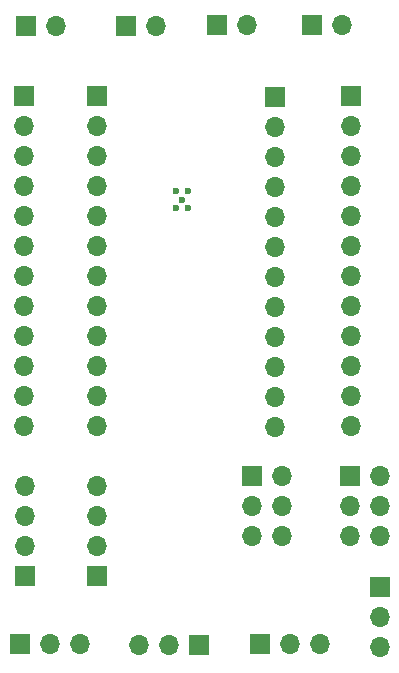
<source format=gbr>
%TF.GenerationSoftware,KiCad,Pcbnew,7.0.9-7.0.9~ubuntu22.04.1*%
%TF.CreationDate,2023-12-29T16:16:38+05:30*%
%TF.ProjectId,ulpLoRa_charge controller HAT,756c704c-6f52-4615-9f63-686172676520,rev?*%
%TF.SameCoordinates,Original*%
%TF.FileFunction,Soldermask,Bot*%
%TF.FilePolarity,Negative*%
%FSLAX46Y46*%
G04 Gerber Fmt 4.6, Leading zero omitted, Abs format (unit mm)*
G04 Created by KiCad (PCBNEW 7.0.9-7.0.9~ubuntu22.04.1) date 2023-12-29 16:16:38*
%MOMM*%
%LPD*%
G01*
G04 APERTURE LIST*
%ADD10R,1.700000X1.700000*%
%ADD11O,1.700000X1.700000*%
%ADD12C,0.600000*%
G04 APERTURE END LIST*
D10*
%TO.C,J5*%
X147270534Y-114009339D03*
D11*
X144730534Y-114009339D03*
X142190534Y-114009339D03*
%TD*%
D10*
%TO.C,CON1*%
X151762929Y-99671787D03*
D11*
X154302929Y-99671787D03*
X151762929Y-102211787D03*
X154302929Y-102211787D03*
X151762929Y-104751787D03*
X154302929Y-104751787D03*
%TD*%
D10*
%TO.C,J6*%
X132530232Y-108123377D03*
D11*
X132530232Y-105583377D03*
X132530232Y-103043377D03*
X132530232Y-100503377D03*
%TD*%
D10*
%TO.C,CON2*%
X160011064Y-99679755D03*
D11*
X162551064Y-99679755D03*
X160011064Y-102219755D03*
X162551064Y-102219755D03*
X160011064Y-104759755D03*
X162551064Y-104759755D03*
%TD*%
D10*
%TO.C,J15*%
X152400000Y-113898000D03*
D11*
X154940000Y-113898000D03*
X157480000Y-113898000D03*
%TD*%
D10*
%TO.C,J3*%
X132583000Y-61574000D03*
D11*
X135123000Y-61574000D03*
%TD*%
D10*
%TO.C,J2*%
X153667297Y-67605788D03*
D11*
X153667297Y-70145788D03*
X153667297Y-72685788D03*
X153667297Y-75225788D03*
X153667297Y-77765788D03*
X153667297Y-80305788D03*
X153667297Y-82845788D03*
X153667297Y-85385788D03*
X153667297Y-87925788D03*
X153667297Y-90465788D03*
X153667297Y-93005788D03*
X153667297Y-95545788D03*
%TD*%
D10*
%TO.C,J11*%
X148797981Y-61533420D03*
D11*
X151337981Y-61533420D03*
%TD*%
D10*
%TO.C,J8*%
X132450904Y-67546774D03*
D11*
X132450904Y-70086774D03*
X132450904Y-72626774D03*
X132450904Y-75166774D03*
X132450904Y-77706774D03*
X132450904Y-80246774D03*
X132450904Y-82786774D03*
X132450904Y-85326774D03*
X132450904Y-87866774D03*
X132450904Y-90406774D03*
X132450904Y-92946774D03*
X132450904Y-95486774D03*
%TD*%
D10*
%TO.C,J7*%
X160131044Y-67529767D03*
D11*
X160131044Y-70069767D03*
X160131044Y-72609767D03*
X160131044Y-75149767D03*
X160131044Y-77689767D03*
X160131044Y-80229767D03*
X160131044Y-82769767D03*
X160131044Y-85309767D03*
X160131044Y-87849767D03*
X160131044Y-90389767D03*
X160131044Y-92929767D03*
X160131044Y-95469767D03*
%TD*%
D10*
%TO.C,J4*%
X138666745Y-108130844D03*
D11*
X138666745Y-105590844D03*
X138666745Y-103050844D03*
X138666745Y-100510844D03*
%TD*%
D10*
%TO.C,J9*%
X156869645Y-61533479D03*
D11*
X159409645Y-61533479D03*
%TD*%
D10*
%TO.C,J14*%
X132072747Y-113936329D03*
D11*
X134612747Y-113936329D03*
X137152747Y-113936329D03*
%TD*%
D10*
%TO.C,J12*%
X141056507Y-61553739D03*
D11*
X143596507Y-61553739D03*
%TD*%
D10*
%TO.C,J1*%
X138598418Y-67545362D03*
D11*
X138598418Y-70085362D03*
X138598418Y-72625362D03*
X138598418Y-75165362D03*
X138598418Y-77705362D03*
X138598418Y-80245362D03*
X138598418Y-82785362D03*
X138598418Y-85325362D03*
X138598418Y-87865362D03*
X138598418Y-90405362D03*
X138598418Y-92945362D03*
X138598418Y-95485362D03*
%TD*%
D12*
%TO.C,U1*%
X145298913Y-75532213D03*
X145298913Y-77032213D03*
X145798913Y-76282213D03*
X146298913Y-75532213D03*
X146298913Y-77032213D03*
%TD*%
D10*
%TO.C,J13*%
X162560000Y-109072000D03*
D11*
X162560000Y-111612000D03*
X162560000Y-114152000D03*
%TD*%
M02*

</source>
